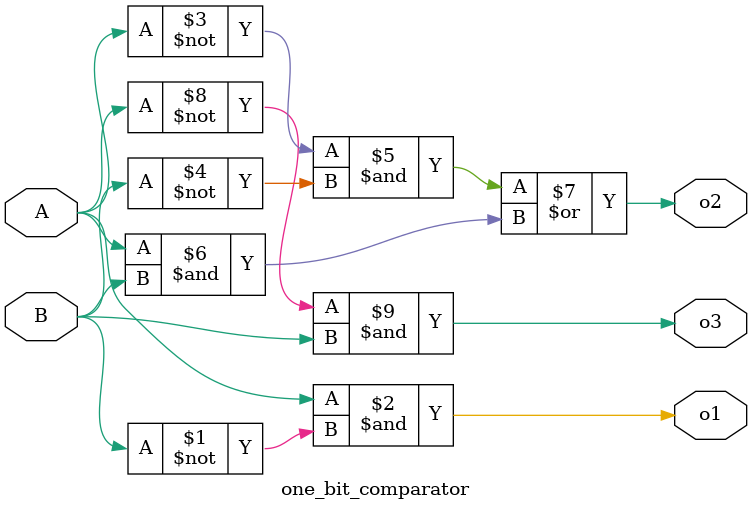
<source format=v>
module one_bit_comparator(
    input wire A,
    input wire B,
    output wire o1,  // A > B
    output wire o2,  // A == B
    output wire o3   // A < B
);
    assign o1 = A & ~B;
    assign o2 = (~A & ~B) | (A & B);
    assign o3 = ~A & B;
endmodule

</source>
